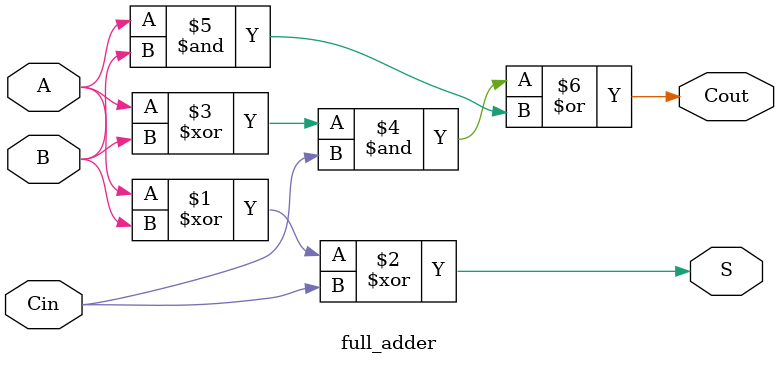
<source format=sv>

module full_adder(
	input A, B, Cin,
	
	output S, Cout
	);

	assign S = ((A ^ B) ^ Cin);
	assign Cout = (((A ^ B) & Cin) | (A & B));

endmodule
</source>
